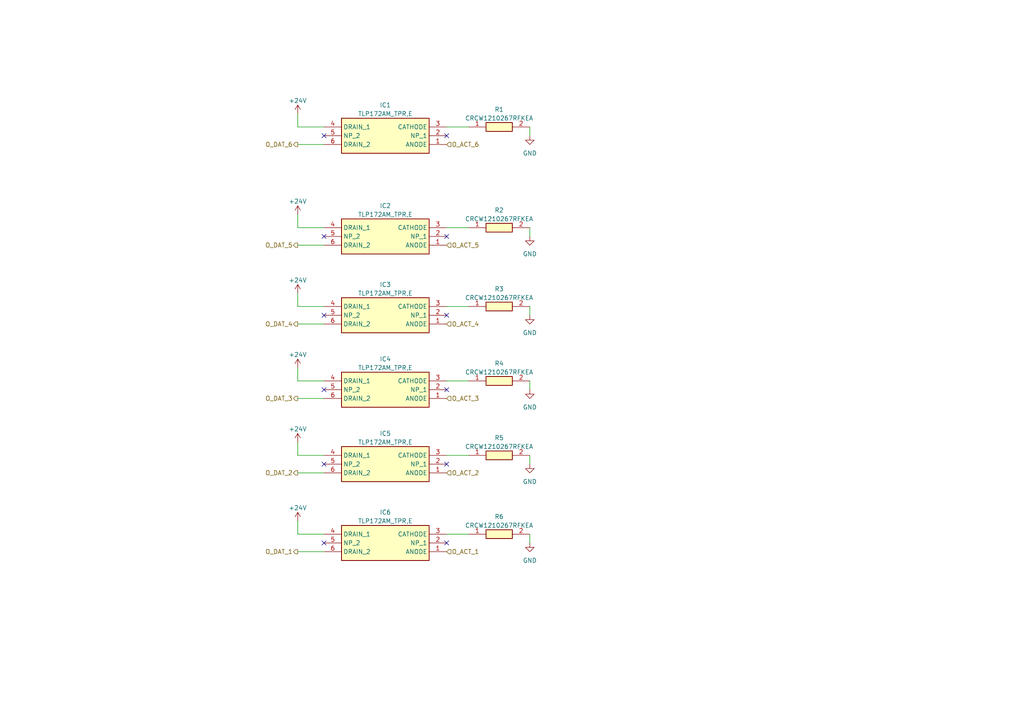
<source format=kicad_sch>
(kicad_sch (version 20230121) (generator eeschema)

  (uuid dc0adc64-ef08-4f66-b871-c1436d90eefc)

  (paper "A4")

  (title_block
    (date "2023-04-23")
    (rev "1")
    (company "UPB - FIIR - Roboți și sisteme de producție")
    (comment 1 "Alexandru-Ioan Anastasiu")
  )

  (lib_symbols
    (symbol "CRCW1210267RFKEA:CRCW1210267RFKEA" (pin_names hide) (in_bom yes) (on_board yes)
      (property "Reference" "R" (at 13.97 6.35 0)
        (effects (font (size 1.27 1.27)) (justify left top))
      )
      (property "Value" "CRCW1210267RFKEA" (at 13.97 3.81 0)
        (effects (font (size 1.27 1.27)) (justify left top))
      )
      (property "Footprint" "RESC3225X60N" (at 13.97 -96.19 0)
        (effects (font (size 1.27 1.27)) (justify left top) hide)
      )
      (property "Datasheet" "http://componentsearchengine.com/Datasheets/1/CRCW1210267RFKEA.pdf" (at 13.97 -196.19 0)
        (effects (font (size 1.27 1.27)) (justify left top) hide)
      )
      (property "Height" "0.6" (at 13.97 -396.19 0)
        (effects (font (size 1.27 1.27)) (justify left top) hide)
      )
      (property "Mouser Part Number" "71-CRCW1210-267-E3" (at 13.97 -496.19 0)
        (effects (font (size 1.27 1.27)) (justify left top) hide)
      )
      (property "Mouser Price/Stock" "https://www.mouser.co.uk/ProductDetail/Vishay-Dale/CRCW1210267RFKEA?qs=u0pLYIWDdLe%252BVJfyDMg51g%3D%3D" (at 13.97 -596.19 0)
        (effects (font (size 1.27 1.27)) (justify left top) hide)
      )
      (property "Manufacturer_Name" "Vishay" (at 13.97 -696.19 0)
        (effects (font (size 1.27 1.27)) (justify left top) hide)
      )
      (property "Manufacturer_Part_Number" "CRCW1210267RFKEA" (at 13.97 -796.19 0)
        (effects (font (size 1.27 1.27)) (justify left top) hide)
      )
      (property "ki_description" "Thick Film Resistors - SMD 1/2watt 267ohms 1%" (at 0 0 0)
        (effects (font (size 1.27 1.27)) hide)
      )
      (symbol "CRCW1210267RFKEA_1_1"
        (rectangle (start 5.08 1.27) (end 12.7 -1.27)
          (stroke (width 0.254) (type default))
          (fill (type background))
        )
        (pin passive line (at 0 0 0) (length 5.08)
          (name "1" (effects (font (size 1.27 1.27))))
          (number "1" (effects (font (size 1.27 1.27))))
        )
        (pin passive line (at 17.78 0 180) (length 5.08)
          (name "2" (effects (font (size 1.27 1.27))))
          (number "2" (effects (font (size 1.27 1.27))))
        )
      )
    )
    (symbol "TLP172AM_TPR_E:TLP172AM_TPR,E" (in_bom yes) (on_board yes)
      (property "Reference" "IC" (at 31.75 7.62 0)
        (effects (font (size 1.27 1.27)) (justify left top))
      )
      (property "Value" "TLP172AM_TPR,E" (at 31.75 5.08 0)
        (effects (font (size 1.27 1.27)) (justify left top))
      )
      (property "Footprint" "SOIC127P700X230-6N" (at 31.75 -94.92 0)
        (effects (font (size 1.27 1.27)) (justify left top) hide)
      )
      (property "Datasheet" "https://toshiba.semicon-storage.com/info/docget.jsp?did=36714&prodName=TLP172AM" (at 31.75 -194.92 0)
        (effects (font (size 1.27 1.27)) (justify left top) hide)
      )
      (property "Height" "2.3" (at 31.75 -394.92 0)
        (effects (font (size 1.27 1.27)) (justify left top) hide)
      )
      (property "Mouser Part Number" "757-TLP172AMTPRE" (at 31.75 -494.92 0)
        (effects (font (size 1.27 1.27)) (justify left top) hide)
      )
      (property "Mouser Price/Stock" "https://www.mouser.co.uk/ProductDetail/Toshiba/TLP172AMTPRE?qs=6ZHl3BmPMW1g8abCQD%2F8ag%3D%3D" (at 31.75 -594.92 0)
        (effects (font (size 1.27 1.27)) (justify left top) hide)
      )
      (property "Manufacturer_Name" "Toshiba" (at 31.75 -694.92 0)
        (effects (font (size 1.27 1.27)) (justify left top) hide)
      )
      (property "Manufacturer_Part_Number" "TLP172AM(TPR,E" (at 31.75 -794.92 0)
        (effects (font (size 1.27 1.27)) (justify left top) hide)
      )
      (property "ki_description" "MOSFET Output Optocouplers Photorelay 1-Form-A VOFF=60V 0.5A 2Ohm" (at 0 0 0)
        (effects (font (size 1.27 1.27)) hide)
      )
      (symbol "TLP172AM_TPR,E_1_1"
        (rectangle (start 5.08 2.54) (end 30.48 -7.62)
          (stroke (width 0.254) (type default))
          (fill (type background))
        )
        (pin passive line (at 0 0 0) (length 5.08)
          (name "ANODE" (effects (font (size 1.27 1.27))))
          (number "1" (effects (font (size 1.27 1.27))))
        )
        (pin passive line (at 0 -2.54 0) (length 5.08)
          (name "NP_1" (effects (font (size 1.27 1.27))))
          (number "2" (effects (font (size 1.27 1.27))))
        )
        (pin passive line (at 0 -5.08 0) (length 5.08)
          (name "CATHODE" (effects (font (size 1.27 1.27))))
          (number "3" (effects (font (size 1.27 1.27))))
        )
        (pin passive line (at 35.56 -5.08 180) (length 5.08)
          (name "DRAIN_1" (effects (font (size 1.27 1.27))))
          (number "4" (effects (font (size 1.27 1.27))))
        )
        (pin passive line (at 35.56 -2.54 180) (length 5.08)
          (name "NP_2" (effects (font (size 1.27 1.27))))
          (number "5" (effects (font (size 1.27 1.27))))
        )
        (pin passive line (at 35.56 0 180) (length 5.08)
          (name "DRAIN_2" (effects (font (size 1.27 1.27))))
          (number "6" (effects (font (size 1.27 1.27))))
        )
      )
    )
    (symbol "power:+24V" (power) (pin_names (offset 0)) (in_bom yes) (on_board yes)
      (property "Reference" "#PWR" (at 0 -3.81 0)
        (effects (font (size 1.27 1.27)) hide)
      )
      (property "Value" "+24V" (at 0 3.556 0)
        (effects (font (size 1.27 1.27)))
      )
      (property "Footprint" "" (at 0 0 0)
        (effects (font (size 1.27 1.27)) hide)
      )
      (property "Datasheet" "" (at 0 0 0)
        (effects (font (size 1.27 1.27)) hide)
      )
      (property "ki_keywords" "global power" (at 0 0 0)
        (effects (font (size 1.27 1.27)) hide)
      )
      (property "ki_description" "Power symbol creates a global label with name \"+24V\"" (at 0 0 0)
        (effects (font (size 1.27 1.27)) hide)
      )
      (symbol "+24V_0_1"
        (polyline
          (pts
            (xy -0.762 1.27)
            (xy 0 2.54)
          )
          (stroke (width 0) (type default))
          (fill (type none))
        )
        (polyline
          (pts
            (xy 0 0)
            (xy 0 2.54)
          )
          (stroke (width 0) (type default))
          (fill (type none))
        )
        (polyline
          (pts
            (xy 0 2.54)
            (xy 0.762 1.27)
          )
          (stroke (width 0) (type default))
          (fill (type none))
        )
      )
      (symbol "+24V_1_1"
        (pin power_in line (at 0 0 90) (length 0) hide
          (name "+24V" (effects (font (size 1.27 1.27))))
          (number "1" (effects (font (size 1.27 1.27))))
        )
      )
    )
    (symbol "power:GND" (power) (pin_names (offset 0)) (in_bom yes) (on_board yes)
      (property "Reference" "#PWR" (at 0 -6.35 0)
        (effects (font (size 1.27 1.27)) hide)
      )
      (property "Value" "GND" (at 0 -3.81 0)
        (effects (font (size 1.27 1.27)))
      )
      (property "Footprint" "" (at 0 0 0)
        (effects (font (size 1.27 1.27)) hide)
      )
      (property "Datasheet" "" (at 0 0 0)
        (effects (font (size 1.27 1.27)) hide)
      )
      (property "ki_keywords" "global power" (at 0 0 0)
        (effects (font (size 1.27 1.27)) hide)
      )
      (property "ki_description" "Power symbol creates a global label with name \"GND\" , ground" (at 0 0 0)
        (effects (font (size 1.27 1.27)) hide)
      )
      (symbol "GND_0_1"
        (polyline
          (pts
            (xy 0 0)
            (xy 0 -1.27)
            (xy 1.27 -1.27)
            (xy 0 -2.54)
            (xy -1.27 -1.27)
            (xy 0 -1.27)
          )
          (stroke (width 0) (type default))
          (fill (type none))
        )
      )
      (symbol "GND_1_1"
        (pin power_in line (at 0 0 270) (length 0) hide
          (name "GND" (effects (font (size 1.27 1.27))))
          (number "1" (effects (font (size 1.27 1.27))))
        )
      )
    )
  )


  (no_connect (at 129.54 39.37) (uuid 032588a6-a814-427e-9468-642d8fa631f8))
  (no_connect (at 129.54 157.48) (uuid 31fc254c-42b6-4dc4-b0de-6320e01798ad))
  (no_connect (at 93.98 113.03) (uuid 4bdd8ed8-7020-4abc-9465-91da7e5c3e10))
  (no_connect (at 129.54 91.44) (uuid 63363326-4009-4742-9b07-1be7e69d5436))
  (no_connect (at 129.54 113.03) (uuid 759f3bc6-1f28-46c5-b937-4aaacf7b3e89))
  (no_connect (at 93.98 134.62) (uuid 8e397606-f20c-4acc-adb4-59d9e57e3957))
  (no_connect (at 129.54 68.58) (uuid 95e62656-ff52-4453-be1c-56c79d0fc22a))
  (no_connect (at 93.98 68.58) (uuid 96f19d46-282b-4fed-8398-934c291768b1))
  (no_connect (at 93.98 39.37) (uuid adbf6cab-23bb-439f-96fa-9d0ea7b3210b))
  (no_connect (at 93.98 91.44) (uuid b54742fa-a018-4961-8f7d-d2c85c2c53c6))
  (no_connect (at 129.54 134.62) (uuid d88d1bdb-771e-4504-9cad-7db88da9d273))
  (no_connect (at 93.98 157.48) (uuid e2b99393-9df8-42f9-9fba-be9206219f3f))

  (wire (pts (xy 93.98 88.9) (xy 86.36 88.9))
    (stroke (width 0) (type default))
    (uuid 050d7124-c420-46e5-b56e-bc7f78e1304f)
  )
  (wire (pts (xy 153.67 66.04) (xy 153.67 68.58))
    (stroke (width 0) (type default))
    (uuid 08c60bad-98d6-4738-b717-2286d74ce191)
  )
  (wire (pts (xy 86.36 88.9) (xy 86.36 85.09))
    (stroke (width 0) (type default))
    (uuid 097f85c5-84cb-4824-91ba-3cf35dc8ca2e)
  )
  (wire (pts (xy 153.67 110.49) (xy 153.67 113.03))
    (stroke (width 0) (type default))
    (uuid 2136903f-7bab-4fbb-99ec-ec62d79f4687)
  )
  (wire (pts (xy 86.36 132.08) (xy 86.36 128.27))
    (stroke (width 0) (type default))
    (uuid 3ef8ab7a-2443-44b2-ba89-e460da545077)
  )
  (wire (pts (xy 129.54 110.49) (xy 135.89 110.49))
    (stroke (width 0) (type default))
    (uuid 4f98445d-6d51-4dda-a3f4-15e4310a23b4)
  )
  (wire (pts (xy 86.36 71.12) (xy 93.98 71.12))
    (stroke (width 0) (type default))
    (uuid 5c963b55-f872-4e94-a67e-cf247d73443a)
  )
  (wire (pts (xy 86.36 110.49) (xy 86.36 106.68))
    (stroke (width 0) (type default))
    (uuid 5ce7becc-ed49-484f-94c7-45f316c1b616)
  )
  (wire (pts (xy 86.36 137.16) (xy 93.98 137.16))
    (stroke (width 0) (type default))
    (uuid 6b5ad1e9-5b4c-40b9-b925-512e85c956b6)
  )
  (wire (pts (xy 93.98 110.49) (xy 86.36 110.49))
    (stroke (width 0) (type default))
    (uuid 7adc0021-f3b5-493f-98e3-3d7b633c20ad)
  )
  (wire (pts (xy 86.36 66.04) (xy 86.36 62.23))
    (stroke (width 0) (type default))
    (uuid 7d682e18-3559-4af7-9ac0-0989b4b0d6c0)
  )
  (wire (pts (xy 93.98 132.08) (xy 86.36 132.08))
    (stroke (width 0) (type default))
    (uuid 822a7aa9-81e9-4bc9-b90d-32382aa4ec8e)
  )
  (wire (pts (xy 153.67 132.08) (xy 153.67 134.62))
    (stroke (width 0) (type default))
    (uuid 82a44098-3345-4078-a1ac-2bb5185375cd)
  )
  (wire (pts (xy 86.36 115.57) (xy 93.98 115.57))
    (stroke (width 0) (type default))
    (uuid 831376fe-a014-40a2-b468-c5fdc5adcff2)
  )
  (wire (pts (xy 86.36 160.02) (xy 93.98 160.02))
    (stroke (width 0) (type default))
    (uuid 85caa609-830f-4273-9517-f48fca06dd9b)
  )
  (wire (pts (xy 86.36 93.98) (xy 93.98 93.98))
    (stroke (width 0) (type default))
    (uuid 8ca50170-a91b-48be-81d7-c8d7f8408fb5)
  )
  (wire (pts (xy 153.67 154.94) (xy 153.67 157.48))
    (stroke (width 0) (type default))
    (uuid 8ed521d5-6c3c-44dd-a962-594bb1d04c9b)
  )
  (wire (pts (xy 153.67 36.83) (xy 153.67 39.37))
    (stroke (width 0) (type default))
    (uuid 92e33987-525d-42f8-afc7-4fafd15889bd)
  )
  (wire (pts (xy 86.36 36.83) (xy 86.36 33.02))
    (stroke (width 0) (type default))
    (uuid 947f4f8f-19af-4bc1-a999-ce4410672218)
  )
  (wire (pts (xy 129.54 154.94) (xy 135.89 154.94))
    (stroke (width 0) (type default))
    (uuid 9cdba305-4962-4d2d-a630-da8dcffb9e89)
  )
  (wire (pts (xy 93.98 36.83) (xy 86.36 36.83))
    (stroke (width 0) (type default))
    (uuid a3d2da33-75d5-431b-803a-c0b538deeaeb)
  )
  (wire (pts (xy 86.36 41.91) (xy 93.98 41.91))
    (stroke (width 0) (type default))
    (uuid a65cea83-c227-46ac-ab96-abf91062fd61)
  )
  (wire (pts (xy 129.54 132.08) (xy 135.89 132.08))
    (stroke (width 0) (type default))
    (uuid be3d1b14-188f-405a-90ff-3c74ee3b4a76)
  )
  (wire (pts (xy 153.67 88.9) (xy 153.67 91.44))
    (stroke (width 0) (type default))
    (uuid c2de9d45-7da1-4735-a873-6a9a8354ce49)
  )
  (wire (pts (xy 129.54 88.9) (xy 135.89 88.9))
    (stroke (width 0) (type default))
    (uuid c86e3580-7715-499b-9673-5b7e8ae5ed23)
  )
  (wire (pts (xy 129.54 66.04) (xy 135.89 66.04))
    (stroke (width 0) (type default))
    (uuid c94c5e8a-8677-4783-b107-6de32581838c)
  )
  (wire (pts (xy 93.98 66.04) (xy 86.36 66.04))
    (stroke (width 0) (type default))
    (uuid de2a60c9-bcec-4590-adce-35fcedfdf28e)
  )
  (wire (pts (xy 129.54 36.83) (xy 135.89 36.83))
    (stroke (width 0) (type default))
    (uuid df483b3f-aac0-49a5-a3b1-a9015872ce4e)
  )
  (wire (pts (xy 93.98 154.94) (xy 86.36 154.94))
    (stroke (width 0) (type default))
    (uuid e9080a45-8dd9-4db0-9150-1683baf55143)
  )
  (wire (pts (xy 86.36 154.94) (xy 86.36 151.13))
    (stroke (width 0) (type default))
    (uuid fb82618f-5d77-450a-84dc-baf31a0d4813)
  )

  (hierarchical_label "O_DAT_6" (shape output) (at 86.36 41.91 180) (fields_autoplaced)
    (effects (font (size 1.27 1.27)) (justify right))
    (uuid 0cca9053-30a4-428a-be2e-198b167cf3ed)
  )
  (hierarchical_label "O_ACT_2" (shape input) (at 129.54 137.16 0) (fields_autoplaced)
    (effects (font (size 1.27 1.27)) (justify left))
    (uuid 1755f991-f1ac-41ea-83d2-480026f9e90e)
  )
  (hierarchical_label "O_ACT_1" (shape input) (at 129.54 160.02 0) (fields_autoplaced)
    (effects (font (size 1.27 1.27)) (justify left))
    (uuid 32f74a21-bc36-4eb6-bbee-81a9ff94630b)
  )
  (hierarchical_label "O_DAT_2" (shape output) (at 86.36 137.16 180) (fields_autoplaced)
    (effects (font (size 1.27 1.27)) (justify right))
    (uuid 4a497036-0557-430d-98a6-026ccd908a54)
  )
  (hierarchical_label "O_DAT_4" (shape output) (at 86.36 93.98 180) (fields_autoplaced)
    (effects (font (size 1.27 1.27)) (justify right))
    (uuid 86342b9a-d1d3-4747-8cf0-4ef7faaa064e)
  )
  (hierarchical_label "O_DAT_3" (shape output) (at 86.36 115.57 180) (fields_autoplaced)
    (effects (font (size 1.27 1.27)) (justify right))
    (uuid 986adcd7-82fd-481b-bd74-3e4169387c03)
  )
  (hierarchical_label "O_DAT_5" (shape output) (at 86.36 71.12 180) (fields_autoplaced)
    (effects (font (size 1.27 1.27)) (justify right))
    (uuid b1bd35ef-7799-4840-9d11-86113300132b)
  )
  (hierarchical_label "O_ACT_5" (shape input) (at 129.54 71.12 0) (fields_autoplaced)
    (effects (font (size 1.27 1.27)) (justify left))
    (uuid c3404847-110b-4190-b56a-1a650362ef90)
  )
  (hierarchical_label "O_DAT_1" (shape output) (at 86.36 160.02 180) (fields_autoplaced)
    (effects (font (size 1.27 1.27)) (justify right))
    (uuid dca5ac5d-e713-4de6-b749-da643b197fda)
  )
  (hierarchical_label "O_ACT_4" (shape input) (at 129.54 93.98 0) (fields_autoplaced)
    (effects (font (size 1.27 1.27)) (justify left))
    (uuid deab0788-2928-4afc-92d6-083f05bb03ce)
  )
  (hierarchical_label "O_ACT_6" (shape input) (at 129.54 41.91 0) (fields_autoplaced)
    (effects (font (size 1.27 1.27)) (justify left))
    (uuid e3a854c3-45c6-4b83-adbd-3fd46d19b3c1)
  )
  (hierarchical_label "O_ACT_3" (shape input) (at 129.54 115.57 0) (fields_autoplaced)
    (effects (font (size 1.27 1.27)) (justify left))
    (uuid e85d95c7-03ba-417f-bd5d-b4889101a052)
  )

  (symbol (lib_id "CRCW1210267RFKEA:CRCW1210267RFKEA") (at 135.89 154.94 0) (unit 1)
    (in_bom yes) (on_board yes) (dnp no) (fields_autoplaced)
    (uuid 00912713-5e7e-4c76-9231-5bc85c2a8a28)
    (property "Reference" "R6" (at 144.78 149.86 0)
      (effects (font (size 1.27 1.27)))
    )
    (property "Value" "CRCW1210267RFKEA" (at 144.78 152.4 0)
      (effects (font (size 1.27 1.27)))
    )
    (property "Footprint" "CRCW1210267RFKEA:RESC3225X60N" (at 149.86 251.13 0)
      (effects (font (size 1.27 1.27)) (justify left top) hide)
    )
    (property "Datasheet" "http://componentsearchengine.com/Datasheets/1/CRCW1210267RFKEA.pdf" (at 149.86 351.13 0)
      (effects (font (size 1.27 1.27)) (justify left top) hide)
    )
    (property "Height" "0.6" (at 149.86 551.13 0)
      (effects (font (size 1.27 1.27)) (justify left top) hide)
    )
    (property "Mouser Part Number" "71-CRCW1210-267-E3" (at 149.86 651.13 0)
      (effects (font (size 1.27 1.27)) (justify left top) hide)
    )
    (property "Mouser Price/Stock" "https://www.mouser.co.uk/ProductDetail/Vishay-Dale/CRCW1210267RFKEA?qs=u0pLYIWDdLe%252BVJfyDMg51g%3D%3D" (at 149.86 751.13 0)
      (effects (font (size 1.27 1.27)) (justify left top) hide)
    )
    (property "Manufacturer_Name" "Vishay" (at 149.86 851.13 0)
      (effects (font (size 1.27 1.27)) (justify left top) hide)
    )
    (property "Manufacturer_Part_Number" "CRCW1210267RFKEA" (at 149.86 951.13 0)
      (effects (font (size 1.27 1.27)) (justify left top) hide)
    )
    (pin "1" (uuid e6d62d85-c246-47f9-a17d-4af3f5c98982))
    (pin "2" (uuid 29ddc7b3-9fb2-4dab-9225-844d111d23d9))
    (instances
      (project "PLC-CIM"
        (path "/98f81d77-8880-491b-a7cf-4c27e2d73edf/efc8d219-0781-4360-be4b-f030050346b8"
          (reference "R6") (unit 1)
        )
        (path "/98f81d77-8880-491b-a7cf-4c27e2d73edf/d3ae290a-2539-4499-9847-2ec02ccf9c0b"
          (reference "R24") (unit 1)
        )
        (path "/98f81d77-8880-491b-a7cf-4c27e2d73edf/597c0ed2-08c6-496d-abec-16be4d5bb983"
          (reference "R42") (unit 1)
        )
        (path "/98f81d77-8880-491b-a7cf-4c27e2d73edf/1d031e94-c71c-4941-9459-3603c8d8c09b"
          (reference "R48") (unit 1)
        )
        (path "/98f81d77-8880-491b-a7cf-4c27e2d73edf/19a44247-b230-4c15-87fb-e3a45607dbd6"
          (reference "R54") (unit 1)
        )
      )
    )
  )

  (symbol (lib_id "power:+24V") (at 86.36 62.23 0) (unit 1)
    (in_bom yes) (on_board yes) (dnp no) (fields_autoplaced)
    (uuid 02a1b015-3f19-4757-ab9b-c592bb8e2478)
    (property "Reference" "#PWR02" (at 86.36 66.04 0)
      (effects (font (size 1.27 1.27)) hide)
    )
    (property "Value" "+24V" (at 86.36 58.42 0)
      (effects (font (size 1.27 1.27)))
    )
    (property "Footprint" "" (at 86.36 62.23 0)
      (effects (font (size 1.27 1.27)) hide)
    )
    (property "Datasheet" "" (at 86.36 62.23 0)
      (effects (font (size 1.27 1.27)) hide)
    )
    (pin "1" (uuid 3e3f5647-25d3-4fcb-8c0b-c701f7e97db4))
    (instances
      (project "PLC-CIM"
        (path "/98f81d77-8880-491b-a7cf-4c27e2d73edf/efc8d219-0781-4360-be4b-f030050346b8"
          (reference "#PWR02") (unit 1)
        )
        (path "/98f81d77-8880-491b-a7cf-4c27e2d73edf/d3ae290a-2539-4499-9847-2ec02ccf9c0b"
          (reference "#PWR032") (unit 1)
        )
        (path "/98f81d77-8880-491b-a7cf-4c27e2d73edf/597c0ed2-08c6-496d-abec-16be4d5bb983"
          (reference "#PWR062") (unit 1)
        )
        (path "/98f81d77-8880-491b-a7cf-4c27e2d73edf/1d031e94-c71c-4941-9459-3603c8d8c09b"
          (reference "#PWR090") (unit 1)
        )
        (path "/98f81d77-8880-491b-a7cf-4c27e2d73edf/19a44247-b230-4c15-87fb-e3a45607dbd6"
          (reference "#PWR0102") (unit 1)
        )
      )
    )
  )

  (symbol (lib_id "power:GND") (at 153.67 113.03 0) (unit 1)
    (in_bom yes) (on_board yes) (dnp no) (fields_autoplaced)
    (uuid 056312a7-609b-41ef-bfe6-6eb9914e03f1)
    (property "Reference" "#PWR010" (at 153.67 119.38 0)
      (effects (font (size 1.27 1.27)) hide)
    )
    (property "Value" "GND" (at 153.67 118.11 0)
      (effects (font (size 1.27 1.27)))
    )
    (property "Footprint" "" (at 153.67 113.03 0)
      (effects (font (size 1.27 1.27)) hide)
    )
    (property "Datasheet" "" (at 153.67 113.03 0)
      (effects (font (size 1.27 1.27)) hide)
    )
    (pin "1" (uuid 8d9592db-5ef9-4f90-bab7-1aab5379fcaf))
    (instances
      (project "PLC-CIM"
        (path "/98f81d77-8880-491b-a7cf-4c27e2d73edf/efc8d219-0781-4360-be4b-f030050346b8"
          (reference "#PWR010") (unit 1)
        )
        (path "/98f81d77-8880-491b-a7cf-4c27e2d73edf/d3ae290a-2539-4499-9847-2ec02ccf9c0b"
          (reference "#PWR040") (unit 1)
        )
        (path "/98f81d77-8880-491b-a7cf-4c27e2d73edf/597c0ed2-08c6-496d-abec-16be4d5bb983"
          (reference "#PWR070") (unit 1)
        )
        (path "/98f81d77-8880-491b-a7cf-4c27e2d73edf/1d031e94-c71c-4941-9459-3603c8d8c09b"
          (reference "#PWR098") (unit 1)
        )
        (path "/98f81d77-8880-491b-a7cf-4c27e2d73edf/19a44247-b230-4c15-87fb-e3a45607dbd6"
          (reference "#PWR0110") (unit 1)
        )
      )
    )
  )

  (symbol (lib_id "power:+24V") (at 86.36 85.09 0) (unit 1)
    (in_bom yes) (on_board yes) (dnp no) (fields_autoplaced)
    (uuid 0ac61852-6948-4499-b75c-e6518883f7cc)
    (property "Reference" "#PWR03" (at 86.36 88.9 0)
      (effects (font (size 1.27 1.27)) hide)
    )
    (property "Value" "+24V" (at 86.36 81.28 0)
      (effects (font (size 1.27 1.27)))
    )
    (property "Footprint" "" (at 86.36 85.09 0)
      (effects (font (size 1.27 1.27)) hide)
    )
    (property "Datasheet" "" (at 86.36 85.09 0)
      (effects (font (size 1.27 1.27)) hide)
    )
    (pin "1" (uuid 476a2f90-e50d-4026-bfc0-05f3648d3750))
    (instances
      (project "PLC-CIM"
        (path "/98f81d77-8880-491b-a7cf-4c27e2d73edf/efc8d219-0781-4360-be4b-f030050346b8"
          (reference "#PWR03") (unit 1)
        )
        (path "/98f81d77-8880-491b-a7cf-4c27e2d73edf/d3ae290a-2539-4499-9847-2ec02ccf9c0b"
          (reference "#PWR033") (unit 1)
        )
        (path "/98f81d77-8880-491b-a7cf-4c27e2d73edf/597c0ed2-08c6-496d-abec-16be4d5bb983"
          (reference "#PWR063") (unit 1)
        )
        (path "/98f81d77-8880-491b-a7cf-4c27e2d73edf/1d031e94-c71c-4941-9459-3603c8d8c09b"
          (reference "#PWR091") (unit 1)
        )
        (path "/98f81d77-8880-491b-a7cf-4c27e2d73edf/19a44247-b230-4c15-87fb-e3a45607dbd6"
          (reference "#PWR0103") (unit 1)
        )
      )
    )
  )

  (symbol (lib_id "TLP172AM_TPR_E:TLP172AM_TPR,E") (at 129.54 71.12 180) (unit 1)
    (in_bom yes) (on_board yes) (dnp no) (fields_autoplaced)
    (uuid 0f1a1462-2c3e-404a-915f-a01ab5277240)
    (property "Reference" "IC2" (at 111.76 59.69 0)
      (effects (font (size 1.27 1.27)))
    )
    (property "Value" "TLP172AM_TPR,E" (at 111.76 62.23 0)
      (effects (font (size 1.27 1.27)))
    )
    (property "Footprint" "LIB_TLP172AM_TPR,E:SOIC127P700X230-6N" (at 97.79 -23.8 0)
      (effects (font (size 1.27 1.27)) (justify left top) hide)
    )
    (property "Datasheet" "https://toshiba.semicon-storage.com/info/docget.jsp?did=36714&prodName=TLP172AM" (at 97.79 -123.8 0)
      (effects (font (size 1.27 1.27)) (justify left top) hide)
    )
    (property "Height" "2.3" (at 97.79 -323.8 0)
      (effects (font (size 1.27 1.27)) (justify left top) hide)
    )
    (property "Mouser Part Number" "757-TLP172AMTPRE" (at 97.79 -423.8 0)
      (effects (font (size 1.27 1.27)) (justify left top) hide)
    )
    (property "Mouser Price/Stock" "https://www.mouser.co.uk/ProductDetail/Toshiba/TLP172AMTPRE?qs=6ZHl3BmPMW1g8abCQD%2F8ag%3D%3D" (at 97.79 -523.8 0)
      (effects (font (size 1.27 1.27)) (justify left top) hide)
    )
    (property "Manufacturer_Name" "Toshiba" (at 97.79 -623.8 0)
      (effects (font (size 1.27 1.27)) (justify left top) hide)
    )
    (property "Manufacturer_Part_Number" "TLP172AM(TPR,E" (at 97.79 -723.8 0)
      (effects (font (size 1.27 1.27)) (justify left top) hide)
    )
    (pin "1" (uuid 1ff482a2-b0af-4d9d-89a7-a20a0e7c5c20))
    (pin "2" (uuid 5b4cf4c1-f067-4ce5-a5b8-2fba3ec97b63))
    (pin "3" (uuid 997af496-ef4a-4d7d-b727-0229ef41c206))
    (pin "4" (uuid b424fbba-9a0b-48bb-900d-b33a1baee71c))
    (pin "5" (uuid 0a2ce79e-9acd-4b34-8125-e22ec247ae34))
    (pin "6" (uuid b79d2f82-0e08-4398-9f16-19cacd27a489))
    (instances
      (project "PLC-CIM"
        (path "/98f81d77-8880-491b-a7cf-4c27e2d73edf/efc8d219-0781-4360-be4b-f030050346b8"
          (reference "IC2") (unit 1)
        )
        (path "/98f81d77-8880-491b-a7cf-4c27e2d73edf/d3ae290a-2539-4499-9847-2ec02ccf9c0b"
          (reference "IC14") (unit 1)
        )
        (path "/98f81d77-8880-491b-a7cf-4c27e2d73edf/597c0ed2-08c6-496d-abec-16be4d5bb983"
          (reference "IC26") (unit 1)
        )
        (path "/98f81d77-8880-491b-a7cf-4c27e2d73edf/1d031e94-c71c-4941-9459-3603c8d8c09b"
          (reference "IC33") (unit 1)
        )
        (path "/98f81d77-8880-491b-a7cf-4c27e2d73edf/19a44247-b230-4c15-87fb-e3a45607dbd6"
          (reference "IC39") (unit 1)
        )
      )
    )
  )

  (symbol (lib_id "CRCW1210267RFKEA:CRCW1210267RFKEA") (at 135.89 66.04 0) (unit 1)
    (in_bom yes) (on_board yes) (dnp no) (fields_autoplaced)
    (uuid 18420c30-1fe1-420b-aa13-7d841d9484ab)
    (property "Reference" "R2" (at 144.78 60.96 0)
      (effects (font (size 1.27 1.27)))
    )
    (property "Value" "CRCW1210267RFKEA" (at 144.78 63.5 0)
      (effects (font (size 1.27 1.27)))
    )
    (property "Footprint" "CRCW1210267RFKEA:RESC3225X60N" (at 149.86 162.23 0)
      (effects (font (size 1.27 1.27)) (justify left top) hide)
    )
    (property "Datasheet" "http://componentsearchengine.com/Datasheets/1/CRCW1210267RFKEA.pdf" (at 149.86 262.23 0)
      (effects (font (size 1.27 1.27)) (justify left top) hide)
    )
    (property "Height" "0.6" (at 149.86 462.23 0)
      (effects (font (size 1.27 1.27)) (justify left top) hide)
    )
    (property "Mouser Part Number" "71-CRCW1210-267-E3" (at 149.86 562.23 0)
      (effects (font (size 1.27 1.27)) (justify left top) hide)
    )
    (property "Mouser Price/Stock" "https://www.mouser.co.uk/ProductDetail/Vishay-Dale/CRCW1210267RFKEA?qs=u0pLYIWDdLe%252BVJfyDMg51g%3D%3D" (at 149.86 662.23 0)
      (effects (font (size 1.27 1.27)) (justify left top) hide)
    )
    (property "Manufacturer_Name" "Vishay" (at 149.86 762.23 0)
      (effects (font (size 1.27 1.27)) (justify left top) hide)
    )
    (property "Manufacturer_Part_Number" "CRCW1210267RFKEA" (at 149.86 862.23 0)
      (effects (font (size 1.27 1.27)) (justify left top) hide)
    )
    (pin "1" (uuid c23e9b3f-b868-4ccc-8801-a58da01c0d29))
    (pin "2" (uuid 02d6a0e3-64be-4b6e-b930-568aab6d2441))
    (instances
      (project "PLC-CIM"
        (path "/98f81d77-8880-491b-a7cf-4c27e2d73edf/efc8d219-0781-4360-be4b-f030050346b8"
          (reference "R2") (unit 1)
        )
        (path "/98f81d77-8880-491b-a7cf-4c27e2d73edf/d3ae290a-2539-4499-9847-2ec02ccf9c0b"
          (reference "R20") (unit 1)
        )
        (path "/98f81d77-8880-491b-a7cf-4c27e2d73edf/597c0ed2-08c6-496d-abec-16be4d5bb983"
          (reference "R38") (unit 1)
        )
        (path "/98f81d77-8880-491b-a7cf-4c27e2d73edf/1d031e94-c71c-4941-9459-3603c8d8c09b"
          (reference "R44") (unit 1)
        )
        (path "/98f81d77-8880-491b-a7cf-4c27e2d73edf/19a44247-b230-4c15-87fb-e3a45607dbd6"
          (reference "R50") (unit 1)
        )
      )
    )
  )

  (symbol (lib_id "power:GND") (at 153.67 91.44 0) (unit 1)
    (in_bom yes) (on_board yes) (dnp no) (fields_autoplaced)
    (uuid 4dba83d3-e26e-4ed8-bdad-a9281f4f3d66)
    (property "Reference" "#PWR09" (at 153.67 97.79 0)
      (effects (font (size 1.27 1.27)) hide)
    )
    (property "Value" "GND" (at 153.67 96.52 0)
      (effects (font (size 1.27 1.27)))
    )
    (property "Footprint" "" (at 153.67 91.44 0)
      (effects (font (size 1.27 1.27)) hide)
    )
    (property "Datasheet" "" (at 153.67 91.44 0)
      (effects (font (size 1.27 1.27)) hide)
    )
    (pin "1" (uuid 57706ff1-2593-483c-8268-5bec3ab812fb))
    (instances
      (project "PLC-CIM"
        (path "/98f81d77-8880-491b-a7cf-4c27e2d73edf/efc8d219-0781-4360-be4b-f030050346b8"
          (reference "#PWR09") (unit 1)
        )
        (path "/98f81d77-8880-491b-a7cf-4c27e2d73edf/d3ae290a-2539-4499-9847-2ec02ccf9c0b"
          (reference "#PWR039") (unit 1)
        )
        (path "/98f81d77-8880-491b-a7cf-4c27e2d73edf/597c0ed2-08c6-496d-abec-16be4d5bb983"
          (reference "#PWR069") (unit 1)
        )
        (path "/98f81d77-8880-491b-a7cf-4c27e2d73edf/1d031e94-c71c-4941-9459-3603c8d8c09b"
          (reference "#PWR097") (unit 1)
        )
        (path "/98f81d77-8880-491b-a7cf-4c27e2d73edf/19a44247-b230-4c15-87fb-e3a45607dbd6"
          (reference "#PWR0109") (unit 1)
        )
      )
    )
  )

  (symbol (lib_id "TLP172AM_TPR_E:TLP172AM_TPR,E") (at 129.54 137.16 180) (unit 1)
    (in_bom yes) (on_board yes) (dnp no) (fields_autoplaced)
    (uuid 526a6bfa-6ec1-461b-be2e-e9896e946ba2)
    (property "Reference" "IC5" (at 111.76 125.73 0)
      (effects (font (size 1.27 1.27)))
    )
    (property "Value" "TLP172AM_TPR,E" (at 111.76 128.27 0)
      (effects (font (size 1.27 1.27)))
    )
    (property "Footprint" "LIB_TLP172AM_TPR,E:SOIC127P700X230-6N" (at 97.79 42.24 0)
      (effects (font (size 1.27 1.27)) (justify left top) hide)
    )
    (property "Datasheet" "https://toshiba.semicon-storage.com/info/docget.jsp?did=36714&prodName=TLP172AM" (at 97.79 -57.76 0)
      (effects (font (size 1.27 1.27)) (justify left top) hide)
    )
    (property "Height" "2.3" (at 97.79 -257.76 0)
      (effects (font (size 1.27 1.27)) (justify left top) hide)
    )
    (property "Mouser Part Number" "757-TLP172AMTPRE" (at 97.79 -357.76 0)
      (effects (font (size 1.27 1.27)) (justify left top) hide)
    )
    (property "Mouser Price/Stock" "https://www.mouser.co.uk/ProductDetail/Toshiba/TLP172AMTPRE?qs=6ZHl3BmPMW1g8abCQD%2F8ag%3D%3D" (at 97.79 -457.76 0)
      (effects (font (size 1.27 1.27)) (justify left top) hide)
    )
    (property "Manufacturer_Name" "Toshiba" (at 97.79 -557.76 0)
      (effects (font (size 1.27 1.27)) (justify left top) hide)
    )
    (property "Manufacturer_Part_Number" "TLP172AM(TPR,E" (at 97.79 -657.76 0)
      (effects (font (size 1.27 1.27)) (justify left top) hide)
    )
    (pin "1" (uuid 08ec460a-e5ca-4b51-80d3-d4ad89578fc2))
    (pin "2" (uuid b2a899c7-73b4-4e09-9927-d0173f1d464c))
    (pin "3" (uuid cc971ebf-3f61-4944-9875-0fc23d738796))
    (pin "4" (uuid dc903d81-99ad-4bf2-bf3b-b4425ebcb283))
    (pin "5" (uuid e744736d-a1a5-463f-85ad-0aa46aac43c2))
    (pin "6" (uuid cfce640f-ee14-4aeb-a356-64324b800817))
    (instances
      (project "PLC-CIM"
        (path "/98f81d77-8880-491b-a7cf-4c27e2d73edf/efc8d219-0781-4360-be4b-f030050346b8"
          (reference "IC5") (unit 1)
        )
        (path "/98f81d77-8880-491b-a7cf-4c27e2d73edf/d3ae290a-2539-4499-9847-2ec02ccf9c0b"
          (reference "IC17") (unit 1)
        )
        (path "/98f81d77-8880-491b-a7cf-4c27e2d73edf/597c0ed2-08c6-496d-abec-16be4d5bb983"
          (reference "IC29") (unit 1)
        )
        (path "/98f81d77-8880-491b-a7cf-4c27e2d73edf/1d031e94-c71c-4941-9459-3603c8d8c09b"
          (reference "IC36") (unit 1)
        )
        (path "/98f81d77-8880-491b-a7cf-4c27e2d73edf/19a44247-b230-4c15-87fb-e3a45607dbd6"
          (reference "IC42") (unit 1)
        )
      )
    )
  )

  (symbol (lib_id "TLP172AM_TPR_E:TLP172AM_TPR,E") (at 129.54 41.91 180) (unit 1)
    (in_bom yes) (on_board yes) (dnp no) (fields_autoplaced)
    (uuid 5a9ad621-5777-4338-8636-52141c762f8e)
    (property "Reference" "IC1" (at 111.76 30.48 0)
      (effects (font (size 1.27 1.27)))
    )
    (property "Value" "TLP172AM_TPR,E" (at 111.76 33.02 0)
      (effects (font (size 1.27 1.27)))
    )
    (property "Footprint" "LIB_TLP172AM_TPR,E:SOIC127P700X230-6N" (at 97.79 -53.01 0)
      (effects (font (size 1.27 1.27)) (justify left top) hide)
    )
    (property "Datasheet" "https://toshiba.semicon-storage.com/info/docget.jsp?did=36714&prodName=TLP172AM" (at 97.79 -153.01 0)
      (effects (font (size 1.27 1.27)) (justify left top) hide)
    )
    (property "Height" "2.3" (at 97.79 -353.01 0)
      (effects (font (size 1.27 1.27)) (justify left top) hide)
    )
    (property "Mouser Part Number" "757-TLP172AMTPRE" (at 97.79 -453.01 0)
      (effects (font (size 1.27 1.27)) (justify left top) hide)
    )
    (property "Mouser Price/Stock" "https://www.mouser.co.uk/ProductDetail/Toshiba/TLP172AMTPRE?qs=6ZHl3BmPMW1g8abCQD%2F8ag%3D%3D" (at 97.79 -553.01 0)
      (effects (font (size 1.27 1.27)) (justify left top) hide)
    )
    (property "Manufacturer_Name" "Toshiba" (at 97.79 -653.01 0)
      (effects (font (size 1.27 1.27)) (justify left top) hide)
    )
    (property "Manufacturer_Part_Number" "TLP172AM(TPR,E" (at 97.79 -753.01 0)
      (effects (font (size 1.27 1.27)) (justify left top) hide)
    )
    (pin "1" (uuid fb41340d-143f-481c-bb53-6340b9b2131a))
    (pin "2" (uuid ad633570-cc19-4c27-abc3-7c5424535a9a))
    (pin "3" (uuid a3135ab5-7254-4b91-b438-5fe4f5af4370))
    (pin "4" (uuid 1d2e1d6d-3c2f-4393-9ad6-10b42de85c33))
    (pin "5" (uuid a71d8e9a-4a81-4b2c-b454-e6a1b80f7fca))
    (pin "6" (uuid 8125022b-7d7a-4fc4-958e-a0007ab1fe91))
    (instances
      (project "PLC-CIM"
        (path "/98f81d77-8880-491b-a7cf-4c27e2d73edf/efc8d219-0781-4360-be4b-f030050346b8"
          (reference "IC1") (unit 1)
        )
        (path "/98f81d77-8880-491b-a7cf-4c27e2d73edf/d3ae290a-2539-4499-9847-2ec02ccf9c0b"
          (reference "IC13") (unit 1)
        )
        (path "/98f81d77-8880-491b-a7cf-4c27e2d73edf/597c0ed2-08c6-496d-abec-16be4d5bb983"
          (reference "IC25") (unit 1)
        )
        (path "/98f81d77-8880-491b-a7cf-4c27e2d73edf/1d031e94-c71c-4941-9459-3603c8d8c09b"
          (reference "IC32") (unit 1)
        )
        (path "/98f81d77-8880-491b-a7cf-4c27e2d73edf/19a44247-b230-4c15-87fb-e3a45607dbd6"
          (reference "IC38") (unit 1)
        )
      )
    )
  )

  (symbol (lib_id "power:GND") (at 153.67 134.62 0) (unit 1)
    (in_bom yes) (on_board yes) (dnp no) (fields_autoplaced)
    (uuid 62b3caa4-fbf4-4cf3-9a28-26d0b25c2f6f)
    (property "Reference" "#PWR011" (at 153.67 140.97 0)
      (effects (font (size 1.27 1.27)) hide)
    )
    (property "Value" "GND" (at 153.67 139.7 0)
      (effects (font (size 1.27 1.27)))
    )
    (property "Footprint" "" (at 153.67 134.62 0)
      (effects (font (size 1.27 1.27)) hide)
    )
    (property "Datasheet" "" (at 153.67 134.62 0)
      (effects (font (size 1.27 1.27)) hide)
    )
    (pin "1" (uuid f9a28478-28a7-415e-ad54-6a37150a4b4f))
    (instances
      (project "PLC-CIM"
        (path "/98f81d77-8880-491b-a7cf-4c27e2d73edf/efc8d219-0781-4360-be4b-f030050346b8"
          (reference "#PWR011") (unit 1)
        )
        (path "/98f81d77-8880-491b-a7cf-4c27e2d73edf/d3ae290a-2539-4499-9847-2ec02ccf9c0b"
          (reference "#PWR041") (unit 1)
        )
        (path "/98f81d77-8880-491b-a7cf-4c27e2d73edf/597c0ed2-08c6-496d-abec-16be4d5bb983"
          (reference "#PWR071") (unit 1)
        )
        (path "/98f81d77-8880-491b-a7cf-4c27e2d73edf/1d031e94-c71c-4941-9459-3603c8d8c09b"
          (reference "#PWR099") (unit 1)
        )
        (path "/98f81d77-8880-491b-a7cf-4c27e2d73edf/19a44247-b230-4c15-87fb-e3a45607dbd6"
          (reference "#PWR0111") (unit 1)
        )
      )
    )
  )

  (symbol (lib_id "CRCW1210267RFKEA:CRCW1210267RFKEA") (at 135.89 36.83 0) (unit 1)
    (in_bom yes) (on_board yes) (dnp no) (fields_autoplaced)
    (uuid 736c6845-2dd1-4e63-9ca2-50c9df802d98)
    (property "Reference" "R1" (at 144.78 31.75 0)
      (effects (font (size 1.27 1.27)))
    )
    (property "Value" "CRCW1210267RFKEA" (at 144.78 34.29 0)
      (effects (font (size 1.27 1.27)))
    )
    (property "Footprint" "CRCW1210267RFKEA:RESC3225X60N" (at 149.86 133.02 0)
      (effects (font (size 1.27 1.27)) (justify left top) hide)
    )
    (property "Datasheet" "http://componentsearchengine.com/Datasheets/1/CRCW1210267RFKEA.pdf" (at 149.86 233.02 0)
      (effects (font (size 1.27 1.27)) (justify left top) hide)
    )
    (property "Height" "0.6" (at 149.86 433.02 0)
      (effects (font (size 1.27 1.27)) (justify left top) hide)
    )
    (property "Mouser Part Number" "71-CRCW1210-267-E3" (at 149.86 533.02 0)
      (effects (font (size 1.27 1.27)) (justify left top) hide)
    )
    (property "Mouser Price/Stock" "https://www.mouser.co.uk/ProductDetail/Vishay-Dale/CRCW1210267RFKEA?qs=u0pLYIWDdLe%252BVJfyDMg51g%3D%3D" (at 149.86 633.02 0)
      (effects (font (size 1.27 1.27)) (justify left top) hide)
    )
    (property "Manufacturer_Name" "Vishay" (at 149.86 733.02 0)
      (effects (font (size 1.27 1.27)) (justify left top) hide)
    )
    (property "Manufacturer_Part_Number" "CRCW1210267RFKEA" (at 149.86 833.02 0)
      (effects (font (size 1.27 1.27)) (justify left top) hide)
    )
    (pin "1" (uuid 13f44b82-1e43-4ae2-a10a-7d7176001507))
    (pin "2" (uuid e0d8b0c6-16ec-466c-97f7-ac77330d5c87))
    (instances
      (project "PLC-CIM"
        (path "/98f81d77-8880-491b-a7cf-4c27e2d73edf/efc8d219-0781-4360-be4b-f030050346b8"
          (reference "R1") (unit 1)
        )
        (path "/98f81d77-8880-491b-a7cf-4c27e2d73edf/d3ae290a-2539-4499-9847-2ec02ccf9c0b"
          (reference "R19") (unit 1)
        )
        (path "/98f81d77-8880-491b-a7cf-4c27e2d73edf/597c0ed2-08c6-496d-abec-16be4d5bb983"
          (reference "R37") (unit 1)
        )
        (path "/98f81d77-8880-491b-a7cf-4c27e2d73edf/1d031e94-c71c-4941-9459-3603c8d8c09b"
          (reference "R43") (unit 1)
        )
        (path "/98f81d77-8880-491b-a7cf-4c27e2d73edf/19a44247-b230-4c15-87fb-e3a45607dbd6"
          (reference "R49") (unit 1)
        )
      )
    )
  )

  (symbol (lib_id "CRCW1210267RFKEA:CRCW1210267RFKEA") (at 135.89 88.9 0) (unit 1)
    (in_bom yes) (on_board yes) (dnp no) (fields_autoplaced)
    (uuid 73d082e3-5e48-40d1-8b04-7fd0c92fff77)
    (property "Reference" "R3" (at 144.78 83.82 0)
      (effects (font (size 1.27 1.27)))
    )
    (property "Value" "CRCW1210267RFKEA" (at 144.78 86.36 0)
      (effects (font (size 1.27 1.27)))
    )
    (property "Footprint" "CRCW1210267RFKEA:RESC3225X60N" (at 149.86 185.09 0)
      (effects (font (size 1.27 1.27)) (justify left top) hide)
    )
    (property "Datasheet" "http://componentsearchengine.com/Datasheets/1/CRCW1210267RFKEA.pdf" (at 149.86 285.09 0)
      (effects (font (size 1.27 1.27)) (justify left top) hide)
    )
    (property "Height" "0.6" (at 149.86 485.09 0)
      (effects (font (size 1.27 1.27)) (justify left top) hide)
    )
    (property "Mouser Part Number" "71-CRCW1210-267-E3" (at 149.86 585.09 0)
      (effects (font (size 1.27 1.27)) (justify left top) hide)
    )
    (property "Mouser Price/Stock" "https://www.mouser.co.uk/ProductDetail/Vishay-Dale/CRCW1210267RFKEA?qs=u0pLYIWDdLe%252BVJfyDMg51g%3D%3D" (at 149.86 685.09 0)
      (effects (font (size 1.27 1.27)) (justify left top) hide)
    )
    (property "Manufacturer_Name" "Vishay" (at 149.86 785.09 0)
      (effects (font (size 1.27 1.27)) (justify left top) hide)
    )
    (property "Manufacturer_Part_Number" "CRCW1210267RFKEA" (at 149.86 885.09 0)
      (effects (font (size 1.27 1.27)) (justify left top) hide)
    )
    (pin "1" (uuid 53e14f0e-81f4-4a77-a4e3-6e389ba2fe30))
    (pin "2" (uuid 7f1cc3e7-44e2-4d3e-898d-b4544768a6f0))
    (instances
      (project "PLC-CIM"
        (path "/98f81d77-8880-491b-a7cf-4c27e2d73edf/efc8d219-0781-4360-be4b-f030050346b8"
          (reference "R3") (unit 1)
        )
        (path "/98f81d77-8880-491b-a7cf-4c27e2d73edf/d3ae290a-2539-4499-9847-2ec02ccf9c0b"
          (reference "R21") (unit 1)
        )
        (path "/98f81d77-8880-491b-a7cf-4c27e2d73edf/597c0ed2-08c6-496d-abec-16be4d5bb983"
          (reference "R39") (unit 1)
        )
        (path "/98f81d77-8880-491b-a7cf-4c27e2d73edf/1d031e94-c71c-4941-9459-3603c8d8c09b"
          (reference "R45") (unit 1)
        )
        (path "/98f81d77-8880-491b-a7cf-4c27e2d73edf/19a44247-b230-4c15-87fb-e3a45607dbd6"
          (reference "R51") (unit 1)
        )
      )
    )
  )

  (symbol (lib_id "power:+24V") (at 86.36 33.02 0) (unit 1)
    (in_bom yes) (on_board yes) (dnp no) (fields_autoplaced)
    (uuid 80ba0c74-58b2-47ba-964c-d9ebc1897e33)
    (property "Reference" "#PWR01" (at 86.36 36.83 0)
      (effects (font (size 1.27 1.27)) hide)
    )
    (property "Value" "+24V" (at 86.36 29.21 0)
      (effects (font (size 1.27 1.27)))
    )
    (property "Footprint" "" (at 86.36 33.02 0)
      (effects (font (size 1.27 1.27)) hide)
    )
    (property "Datasheet" "" (at 86.36 33.02 0)
      (effects (font (size 1.27 1.27)) hide)
    )
    (pin "1" (uuid 419764f2-b158-431f-a373-441f4be20b38))
    (instances
      (project "PLC-CIM"
        (path "/98f81d77-8880-491b-a7cf-4c27e2d73edf/efc8d219-0781-4360-be4b-f030050346b8"
          (reference "#PWR01") (unit 1)
        )
        (path "/98f81d77-8880-491b-a7cf-4c27e2d73edf/d3ae290a-2539-4499-9847-2ec02ccf9c0b"
          (reference "#PWR031") (unit 1)
        )
        (path "/98f81d77-8880-491b-a7cf-4c27e2d73edf/597c0ed2-08c6-496d-abec-16be4d5bb983"
          (reference "#PWR061") (unit 1)
        )
        (path "/98f81d77-8880-491b-a7cf-4c27e2d73edf/1d031e94-c71c-4941-9459-3603c8d8c09b"
          (reference "#PWR089") (unit 1)
        )
        (path "/98f81d77-8880-491b-a7cf-4c27e2d73edf/19a44247-b230-4c15-87fb-e3a45607dbd6"
          (reference "#PWR0101") (unit 1)
        )
      )
    )
  )

  (symbol (lib_id "TLP172AM_TPR_E:TLP172AM_TPR,E") (at 129.54 115.57 180) (unit 1)
    (in_bom yes) (on_board yes) (dnp no) (fields_autoplaced)
    (uuid 9a1ec10f-ca10-49f3-ba1f-308bb8d66abf)
    (property "Reference" "IC4" (at 111.76 104.14 0)
      (effects (font (size 1.27 1.27)))
    )
    (property "Value" "TLP172AM_TPR,E" (at 111.76 106.68 0)
      (effects (font (size 1.27 1.27)))
    )
    (property "Footprint" "LIB_TLP172AM_TPR,E:SOIC127P700X230-6N" (at 97.79 20.65 0)
      (effects (font (size 1.27 1.27)) (justify left top) hide)
    )
    (property "Datasheet" "https://toshiba.semicon-storage.com/info/docget.jsp?did=36714&prodName=TLP172AM" (at 97.79 -79.35 0)
      (effects (font (size 1.27 1.27)) (justify left top) hide)
    )
    (property "Height" "2.3" (at 97.79 -279.35 0)
      (effects (font (size 1.27 1.27)) (justify left top) hide)
    )
    (property "Mouser Part Number" "757-TLP172AMTPRE" (at 97.79 -379.35 0)
      (effects (font (size 1.27 1.27)) (justify left top) hide)
    )
    (property "Mouser Price/Stock" "https://www.mouser.co.uk/ProductDetail/Toshiba/TLP172AMTPRE?qs=6ZHl3BmPMW1g8abCQD%2F8ag%3D%3D" (at 97.79 -479.35 0)
      (effects (font (size 1.27 1.27)) (justify left top) hide)
    )
    (property "Manufacturer_Name" "Toshiba" (at 97.79 -579.35 0)
      (effects (font (size 1.27 1.27)) (justify left top) hide)
    )
    (property "Manufacturer_Part_Number" "TLP172AM(TPR,E" (at 97.79 -679.35 0)
      (effects (font (size 1.27 1.27)) (justify left top) hide)
    )
    (pin "1" (uuid d225a3bb-7627-461e-9593-73d1c4c0c2b1))
    (pin "2" (uuid c94e467b-935b-461c-9226-d39b1a50af46))
    (pin "3" (uuid 270c80e9-0472-47b2-ae72-daae12a330ac))
    (pin "4" (uuid 67f61622-b1ff-4d9d-a5d7-9622c5faf364))
    (pin "5" (uuid 06e40407-3da7-4f5d-b2ff-5473afaa2834))
    (pin "6" (uuid 3a36dba4-fcde-482b-9c6b-8c1c2de2acd2))
    (instances
      (project "PLC-CIM"
        (path "/98f81d77-8880-491b-a7cf-4c27e2d73edf/efc8d219-0781-4360-be4b-f030050346b8"
          (reference "IC4") (unit 1)
        )
        (path "/98f81d77-8880-491b-a7cf-4c27e2d73edf/d3ae290a-2539-4499-9847-2ec02ccf9c0b"
          (reference "IC16") (unit 1)
        )
        (path "/98f81d77-8880-491b-a7cf-4c27e2d73edf/597c0ed2-08c6-496d-abec-16be4d5bb983"
          (reference "IC28") (unit 1)
        )
        (path "/98f81d77-8880-491b-a7cf-4c27e2d73edf/1d031e94-c71c-4941-9459-3603c8d8c09b"
          (reference "IC35") (unit 1)
        )
        (path "/98f81d77-8880-491b-a7cf-4c27e2d73edf/19a44247-b230-4c15-87fb-e3a45607dbd6"
          (reference "IC41") (unit 1)
        )
      )
    )
  )

  (symbol (lib_id "TLP172AM_TPR_E:TLP172AM_TPR,E") (at 129.54 160.02 180) (unit 1)
    (in_bom yes) (on_board yes) (dnp no) (fields_autoplaced)
    (uuid c0f8bc9f-07d6-4c7a-874a-ff38aee6f191)
    (property "Reference" "IC6" (at 111.76 148.59 0)
      (effects (font (size 1.27 1.27)))
    )
    (property "Value" "TLP172AM_TPR,E" (at 111.76 151.13 0)
      (effects (font (size 1.27 1.27)))
    )
    (property "Footprint" "LIB_TLP172AM_TPR,E:SOIC127P700X230-6N" (at 97.79 65.1 0)
      (effects (font (size 1.27 1.27)) (justify left top) hide)
    )
    (property "Datasheet" "https://toshiba.semicon-storage.com/info/docget.jsp?did=36714&prodName=TLP172AM" (at 97.79 -34.9 0)
      (effects (font (size 1.27 1.27)) (justify left top) hide)
    )
    (property "Height" "2.3" (at 97.79 -234.9 0)
      (effects (font (size 1.27 1.27)) (justify left top) hide)
    )
    (property "Mouser Part Number" "757-TLP172AMTPRE" (at 97.79 -334.9 0)
      (effects (font (size 1.27 1.27)) (justify left top) hide)
    )
    (property "Mouser Price/Stock" "https://www.mouser.co.uk/ProductDetail/Toshiba/TLP172AMTPRE?qs=6ZHl3BmPMW1g8abCQD%2F8ag%3D%3D" (at 97.79 -434.9 0)
      (effects (font (size 1.27 1.27)) (justify left top) hide)
    )
    (property "Manufacturer_Name" "Toshiba" (at 97.79 -534.9 0)
      (effects (font (size 1.27 1.27)) (justify left top) hide)
    )
    (property "Manufacturer_Part_Number" "TLP172AM(TPR,E" (at 97.79 -634.9 0)
      (effects (font (size 1.27 1.27)) (justify left top) hide)
    )
    (pin "1" (uuid aec69d46-6a88-43d1-a0bf-72bc0c1d1c8d))
    (pin "2" (uuid b69d052d-c47a-4412-9bd4-9ca275fc1499))
    (pin "3" (uuid b87c120f-991a-4566-904e-f6694ea01b6b))
    (pin "4" (uuid 5061eec1-8182-4935-a528-0fd3f62a3878))
    (pin "5" (uuid 47341084-6932-4359-bd29-3b808adea495))
    (pin "6" (uuid 43892eb8-ee05-48d3-abe0-f80b7644a142))
    (instances
      (project "PLC-CIM"
        (path "/98f81d77-8880-491b-a7cf-4c27e2d73edf/efc8d219-0781-4360-be4b-f030050346b8"
          (reference "IC6") (unit 1)
        )
        (path "/98f81d77-8880-491b-a7cf-4c27e2d73edf/d3ae290a-2539-4499-9847-2ec02ccf9c0b"
          (reference "IC18") (unit 1)
        )
        (path "/98f81d77-8880-491b-a7cf-4c27e2d73edf/597c0ed2-08c6-496d-abec-16be4d5bb983"
          (reference "IC30") (unit 1)
        )
        (path "/98f81d77-8880-491b-a7cf-4c27e2d73edf/1d031e94-c71c-4941-9459-3603c8d8c09b"
          (reference "IC37") (unit 1)
        )
        (path "/98f81d77-8880-491b-a7cf-4c27e2d73edf/19a44247-b230-4c15-87fb-e3a45607dbd6"
          (reference "IC43") (unit 1)
        )
      )
    )
  )

  (symbol (lib_id "power:GND") (at 153.67 157.48 0) (unit 1)
    (in_bom yes) (on_board yes) (dnp no) (fields_autoplaced)
    (uuid c8b2053c-a2c0-4f89-8c1a-5c57659ab666)
    (property "Reference" "#PWR012" (at 153.67 163.83 0)
      (effects (font (size 1.27 1.27)) hide)
    )
    (property "Value" "GND" (at 153.67 162.56 0)
      (effects (font (size 1.27 1.27)))
    )
    (property "Footprint" "" (at 153.67 157.48 0)
      (effects (font (size 1.27 1.27)) hide)
    )
    (property "Datasheet" "" (at 153.67 157.48 0)
      (effects (font (size 1.27 1.27)) hide)
    )
    (pin "1" (uuid fca08c75-da98-4070-9bbf-ee3ce5a56a4c))
    (instances
      (project "PLC-CIM"
        (path "/98f81d77-8880-491b-a7cf-4c27e2d73edf/efc8d219-0781-4360-be4b-f030050346b8"
          (reference "#PWR012") (unit 1)
        )
        (path "/98f81d77-8880-491b-a7cf-4c27e2d73edf/d3ae290a-2539-4499-9847-2ec02ccf9c0b"
          (reference "#PWR042") (unit 1)
        )
        (path "/98f81d77-8880-491b-a7cf-4c27e2d73edf/597c0ed2-08c6-496d-abec-16be4d5bb983"
          (reference "#PWR072") (unit 1)
        )
        (path "/98f81d77-8880-491b-a7cf-4c27e2d73edf/1d031e94-c71c-4941-9459-3603c8d8c09b"
          (reference "#PWR0100") (unit 1)
        )
        (path "/98f81d77-8880-491b-a7cf-4c27e2d73edf/19a44247-b230-4c15-87fb-e3a45607dbd6"
          (reference "#PWR0112") (unit 1)
        )
      )
    )
  )

  (symbol (lib_id "CRCW1210267RFKEA:CRCW1210267RFKEA") (at 135.89 132.08 0) (unit 1)
    (in_bom yes) (on_board yes) (dnp no) (fields_autoplaced)
    (uuid c9dcd341-561c-4709-af11-3e38a5373107)
    (property "Reference" "R5" (at 144.78 127 0)
      (effects (font (size 1.27 1.27)))
    )
    (property "Value" "CRCW1210267RFKEA" (at 144.78 129.54 0)
      (effects (font (size 1.27 1.27)))
    )
    (property "Footprint" "CRCW1210267RFKEA:RESC3225X60N" (at 149.86 228.27 0)
      (effects (font (size 1.27 1.27)) (justify left top) hide)
    )
    (property "Datasheet" "http://componentsearchengine.com/Datasheets/1/CRCW1210267RFKEA.pdf" (at 149.86 328.27 0)
      (effects (font (size 1.27 1.27)) (justify left top) hide)
    )
    (property "Height" "0.6" (at 149.86 528.27 0)
      (effects (font (size 1.27 1.27)) (justify left top) hide)
    )
    (property "Mouser Part Number" "71-CRCW1210-267-E3" (at 149.86 628.27 0)
      (effects (font (size 1.27 1.27)) (justify left top) hide)
    )
    (property "Mouser Price/Stock" "https://www.mouser.co.uk/ProductDetail/Vishay-Dale/CRCW1210267RFKEA?qs=u0pLYIWDdLe%252BVJfyDMg51g%3D%3D" (at 149.86 728.27 0)
      (effects (font (size 1.27 1.27)) (justify left top) hide)
    )
    (property "Manufacturer_Name" "Vishay" (at 149.86 828.27 0)
      (effects (font (size 1.27 1.27)) (justify left top) hide)
    )
    (property "Manufacturer_Part_Number" "CRCW1210267RFKEA" (at 149.86 928.27 0)
      (effects (font (size 1.27 1.27)) (justify left top) hide)
    )
    (pin "1" (uuid 3b7d091b-328a-4fd1-b890-463d6bdabffa))
    (pin "2" (uuid 89a45679-c797-458c-90d3-8108578fe8a8))
    (instances
      (project "PLC-CIM"
        (path "/98f81d77-8880-491b-a7cf-4c27e2d73edf/efc8d219-0781-4360-be4b-f030050346b8"
          (reference "R5") (unit 1)
        )
        (path "/98f81d77-8880-491b-a7cf-4c27e2d73edf/d3ae290a-2539-4499-9847-2ec02ccf9c0b"
          (reference "R23") (unit 1)
        )
        (path "/98f81d77-8880-491b-a7cf-4c27e2d73edf/597c0ed2-08c6-496d-abec-16be4d5bb983"
          (reference "R41") (unit 1)
        )
        (path "/98f81d77-8880-491b-a7cf-4c27e2d73edf/1d031e94-c71c-4941-9459-3603c8d8c09b"
          (reference "R47") (unit 1)
        )
        (path "/98f81d77-8880-491b-a7cf-4c27e2d73edf/19a44247-b230-4c15-87fb-e3a45607dbd6"
          (reference "R53") (unit 1)
        )
      )
    )
  )

  (symbol (lib_id "power:+24V") (at 86.36 151.13 0) (unit 1)
    (in_bom yes) (on_board yes) (dnp no) (fields_autoplaced)
    (uuid ca60bbd2-4141-414f-9fe9-073d318d39ad)
    (property "Reference" "#PWR06" (at 86.36 154.94 0)
      (effects (font (size 1.27 1.27)) hide)
    )
    (property "Value" "+24V" (at 86.36 147.32 0)
      (effects (font (size 1.27 1.27)))
    )
    (property "Footprint" "" (at 86.36 151.13 0)
      (effects (font (size 1.27 1.27)) hide)
    )
    (property "Datasheet" "" (at 86.36 151.13 0)
      (effects (font (size 1.27 1.27)) hide)
    )
    (pin "1" (uuid fe6de4c6-751c-4634-a724-429596d5264b))
    (instances
      (project "PLC-CIM"
        (path "/98f81d77-8880-491b-a7cf-4c27e2d73edf/efc8d219-0781-4360-be4b-f030050346b8"
          (reference "#PWR06") (unit 1)
        )
        (path "/98f81d77-8880-491b-a7cf-4c27e2d73edf/d3ae290a-2539-4499-9847-2ec02ccf9c0b"
          (reference "#PWR036") (unit 1)
        )
        (path "/98f81d77-8880-491b-a7cf-4c27e2d73edf/597c0ed2-08c6-496d-abec-16be4d5bb983"
          (reference "#PWR066") (unit 1)
        )
        (path "/98f81d77-8880-491b-a7cf-4c27e2d73edf/1d031e94-c71c-4941-9459-3603c8d8c09b"
          (reference "#PWR094") (unit 1)
        )
        (path "/98f81d77-8880-491b-a7cf-4c27e2d73edf/19a44247-b230-4c15-87fb-e3a45607dbd6"
          (reference "#PWR0106") (unit 1)
        )
      )
    )
  )

  (symbol (lib_id "power:+24V") (at 86.36 128.27 0) (unit 1)
    (in_bom yes) (on_board yes) (dnp no) (fields_autoplaced)
    (uuid d581d4c4-5fc6-4b3e-bea7-76f6cd2c92ea)
    (property "Reference" "#PWR05" (at 86.36 132.08 0)
      (effects (font (size 1.27 1.27)) hide)
    )
    (property "Value" "+24V" (at 86.36 124.46 0)
      (effects (font (size 1.27 1.27)))
    )
    (property "Footprint" "" (at 86.36 128.27 0)
      (effects (font (size 1.27 1.27)) hide)
    )
    (property "Datasheet" "" (at 86.36 128.27 0)
      (effects (font (size 1.27 1.27)) hide)
    )
    (pin "1" (uuid fb8e43fa-8343-4194-80a0-4863d81c287b))
    (instances
      (project "PLC-CIM"
        (path "/98f81d77-8880-491b-a7cf-4c27e2d73edf/efc8d219-0781-4360-be4b-f030050346b8"
          (reference "#PWR05") (unit 1)
        )
        (path "/98f81d77-8880-491b-a7cf-4c27e2d73edf/d3ae290a-2539-4499-9847-2ec02ccf9c0b"
          (reference "#PWR035") (unit 1)
        )
        (path "/98f81d77-8880-491b-a7cf-4c27e2d73edf/597c0ed2-08c6-496d-abec-16be4d5bb983"
          (reference "#PWR065") (unit 1)
        )
        (path "/98f81d77-8880-491b-a7cf-4c27e2d73edf/1d031e94-c71c-4941-9459-3603c8d8c09b"
          (reference "#PWR093") (unit 1)
        )
        (path "/98f81d77-8880-491b-a7cf-4c27e2d73edf/19a44247-b230-4c15-87fb-e3a45607dbd6"
          (reference "#PWR0105") (unit 1)
        )
      )
    )
  )

  (symbol (lib_id "TLP172AM_TPR_E:TLP172AM_TPR,E") (at 129.54 93.98 180) (unit 1)
    (in_bom yes) (on_board yes) (dnp no) (fields_autoplaced)
    (uuid d796f1ba-0d2c-469d-9e9e-23bbcab3bd3c)
    (property "Reference" "IC3" (at 111.76 82.55 0)
      (effects (font (size 1.27 1.27)))
    )
    (property "Value" "TLP172AM_TPR,E" (at 111.76 85.09 0)
      (effects (font (size 1.27 1.27)))
    )
    (property "Footprint" "LIB_TLP172AM_TPR,E:SOIC127P700X230-6N" (at 97.79 -0.94 0)
      (effects (font (size 1.27 1.27)) (justify left top) hide)
    )
    (property "Datasheet" "https://toshiba.semicon-storage.com/info/docget.jsp?did=36714&prodName=TLP172AM" (at 97.79 -100.94 0)
      (effects (font (size 1.27 1.27)) (justify left top) hide)
    )
    (property "Height" "2.3" (at 97.79 -300.94 0)
      (effects (font (size 1.27 1.27)) (justify left top) hide)
    )
    (property "Mouser Part Number" "757-TLP172AMTPRE" (at 97.79 -400.94 0)
      (effects (font (size 1.27 1.27)) (justify left top) hide)
    )
    (property "Mouser Price/Stock" "https://www.mouser.co.uk/ProductDetail/Toshiba/TLP172AMTPRE?qs=6ZHl3BmPMW1g8abCQD%2F8ag%3D%3D" (at 97.79 -500.94 0)
      (effects (font (size 1.27 1.27)) (justify left top) hide)
    )
    (property "Manufacturer_Name" "Toshiba" (at 97.79 -600.94 0)
      (effects (font (size 1.27 1.27)) (justify left top) hide)
    )
    (property "Manufacturer_Part_Number" "TLP172AM(TPR,E" (at 97.79 -700.94 0)
      (effects (font (size 1.27 1.27)) (justify left top) hide)
    )
    (pin "1" (uuid 499f20a1-99f6-4303-af52-1689b126e261))
    (pin "2" (uuid 40150f63-5e0b-4826-b2df-e2b95656b6a9))
    (pin "3" (uuid 6017bee3-e22e-4dd7-9e65-c666010c65cc))
    (pin "4" (uuid ea2e3d3b-4ba0-4ef7-872f-9e98e0023fb2))
    (pin "5" (uuid 72a3c51d-396d-479a-872d-fe5bc4f818b7))
    (pin "6" (uuid c98bc4b6-95a5-447a-a898-2cf023fa307d))
    (instances
      (project "PLC-CIM"
        (path "/98f81d77-8880-491b-a7cf-4c27e2d73edf/efc8d219-0781-4360-be4b-f030050346b8"
          (reference "IC3") (unit 1)
        )
        (path "/98f81d77-8880-491b-a7cf-4c27e2d73edf/d3ae290a-2539-4499-9847-2ec02ccf9c0b"
          (reference "IC15") (unit 1)
        )
        (path "/98f81d77-8880-491b-a7cf-4c27e2d73edf/597c0ed2-08c6-496d-abec-16be4d5bb983"
          (reference "IC27") (unit 1)
        )
        (path "/98f81d77-8880-491b-a7cf-4c27e2d73edf/1d031e94-c71c-4941-9459-3603c8d8c09b"
          (reference "IC34") (unit 1)
        )
        (path "/98f81d77-8880-491b-a7cf-4c27e2d73edf/19a44247-b230-4c15-87fb-e3a45607dbd6"
          (reference "IC40") (unit 1)
        )
      )
    )
  )

  (symbol (lib_id "power:GND") (at 153.67 68.58 0) (unit 1)
    (in_bom yes) (on_board yes) (dnp no) (fields_autoplaced)
    (uuid eeeb8e64-f783-4f9d-bbe1-417c62fa82af)
    (property "Reference" "#PWR08" (at 153.67 74.93 0)
      (effects (font (size 1.27 1.27)) hide)
    )
    (property "Value" "GND" (at 153.67 73.66 0)
      (effects (font (size 1.27 1.27)))
    )
    (property "Footprint" "" (at 153.67 68.58 0)
      (effects (font (size 1.27 1.27)) hide)
    )
    (property "Datasheet" "" (at 153.67 68.58 0)
      (effects (font (size 1.27 1.27)) hide)
    )
    (pin "1" (uuid 6dcee7d0-f132-457f-bbd8-9494dc387ffe))
    (instances
      (project "PLC-CIM"
        (path "/98f81d77-8880-491b-a7cf-4c27e2d73edf/efc8d219-0781-4360-be4b-f030050346b8"
          (reference "#PWR08") (unit 1)
        )
        (path "/98f81d77-8880-491b-a7cf-4c27e2d73edf/d3ae290a-2539-4499-9847-2ec02ccf9c0b"
          (reference "#PWR038") (unit 1)
        )
        (path "/98f81d77-8880-491b-a7cf-4c27e2d73edf/597c0ed2-08c6-496d-abec-16be4d5bb983"
          (reference "#PWR068") (unit 1)
        )
        (path "/98f81d77-8880-491b-a7cf-4c27e2d73edf/1d031e94-c71c-4941-9459-3603c8d8c09b"
          (reference "#PWR096") (unit 1)
        )
        (path "/98f81d77-8880-491b-a7cf-4c27e2d73edf/19a44247-b230-4c15-87fb-e3a45607dbd6"
          (reference "#PWR0108") (unit 1)
        )
      )
    )
  )

  (symbol (lib_id "CRCW1210267RFKEA:CRCW1210267RFKEA") (at 135.89 110.49 0) (unit 1)
    (in_bom yes) (on_board yes) (dnp no) (fields_autoplaced)
    (uuid f375ad66-fc8b-45df-a091-197edc7bc933)
    (property "Reference" "R4" (at 144.78 105.41 0)
      (effects (font (size 1.27 1.27)))
    )
    (property "Value" "CRCW1210267RFKEA" (at 144.78 107.95 0)
      (effects (font (size 1.27 1.27)))
    )
    (property "Footprint" "CRCW1210267RFKEA:RESC3225X60N" (at 149.86 206.68 0)
      (effects (font (size 1.27 1.27)) (justify left top) hide)
    )
    (property "Datasheet" "http://componentsearchengine.com/Datasheets/1/CRCW1210267RFKEA.pdf" (at 149.86 306.68 0)
      (effects (font (size 1.27 1.27)) (justify left top) hide)
    )
    (property "Height" "0.6" (at 149.86 506.68 0)
      (effects (font (size 1.27 1.27)) (justify left top) hide)
    )
    (property "Mouser Part Number" "71-CRCW1210-267-E3" (at 149.86 606.68 0)
      (effects (font (size 1.27 1.27)) (justify left top) hide)
    )
    (property "Mouser Price/Stock" "https://www.mouser.co.uk/ProductDetail/Vishay-Dale/CRCW1210267RFKEA?qs=u0pLYIWDdLe%252BVJfyDMg51g%3D%3D" (at 149.86 706.68 0)
      (effects (font (size 1.27 1.27)) (justify left top) hide)
    )
    (property "Manufacturer_Name" "Vishay" (at 149.86 806.68 0)
      (effects (font (size 1.27 1.27)) (justify left top) hide)
    )
    (property "Manufacturer_Part_Number" "CRCW1210267RFKEA" (at 149.86 906.68 0)
      (effects (font (size 1.27 1.27)) (justify left top) hide)
    )
    (pin "1" (uuid e1b952ad-b787-4fa9-b4b4-38cf131dccd3))
    (pin "2" (uuid ad86e2b7-4884-44fb-bfe9-ff84e697799f))
    (instances
      (project "PLC-CIM"
        (path "/98f81d77-8880-491b-a7cf-4c27e2d73edf/efc8d219-0781-4360-be4b-f030050346b8"
          (reference "R4") (unit 1)
        )
        (path "/98f81d77-8880-491b-a7cf-4c27e2d73edf/d3ae290a-2539-4499-9847-2ec02ccf9c0b"
          (reference "R22") (unit 1)
        )
        (path "/98f81d77-8880-491b-a7cf-4c27e2d73edf/597c0ed2-08c6-496d-abec-16be4d5bb983"
          (reference "R40") (unit 1)
        )
        (path "/98f81d77-8880-491b-a7cf-4c27e2d73edf/1d031e94-c71c-4941-9459-3603c8d8c09b"
          (reference "R46") (unit 1)
        )
        (path "/98f81d77-8880-491b-a7cf-4c27e2d73edf/19a44247-b230-4c15-87fb-e3a45607dbd6"
          (reference "R52") (unit 1)
        )
      )
    )
  )

  (symbol (lib_id "power:GND") (at 153.67 39.37 0) (unit 1)
    (in_bom yes) (on_board yes) (dnp no) (fields_autoplaced)
    (uuid f5d18ac8-ea04-4722-8017-9ca2e25172b6)
    (property "Reference" "#PWR07" (at 153.67 45.72 0)
      (effects (font (size 1.27 1.27)) hide)
    )
    (property "Value" "GND" (at 153.67 44.45 0)
      (effects (font (size 1.27 1.27)))
    )
    (property "Footprint" "" (at 153.67 39.37 0)
      (effects (font (size 1.27 1.27)) hide)
    )
    (property "Datasheet" "" (at 153.67 39.37 0)
      (effects (font (size 1.27 1.27)) hide)
    )
    (pin "1" (uuid 01737d46-208d-4b3c-973d-db56d3196306))
    (instances
      (project "PLC-CIM"
        (path "/98f81d77-8880-491b-a7cf-4c27e2d73edf/efc8d219-0781-4360-be4b-f030050346b8"
          (reference "#PWR07") (unit 1)
        )
        (path "/98f81d77-8880-491b-a7cf-4c27e2d73edf/d3ae290a-2539-4499-9847-2ec02ccf9c0b"
          (reference "#PWR037") (unit 1)
        )
        (path "/98f81d77-8880-491b-a7cf-4c27e2d73edf/597c0ed2-08c6-496d-abec-16be4d5bb983"
          (reference "#PWR067") (unit 1)
        )
        (path "/98f81d77-8880-491b-a7cf-4c27e2d73edf/1d031e94-c71c-4941-9459-3603c8d8c09b"
          (reference "#PWR095") (unit 1)
        )
        (path "/98f81d77-8880-491b-a7cf-4c27e2d73edf/19a44247-b230-4c15-87fb-e3a45607dbd6"
          (reference "#PWR0107") (unit 1)
        )
      )
    )
  )

  (symbol (lib_id "power:+24V") (at 86.36 106.68 0) (unit 1)
    (in_bom yes) (on_board yes) (dnp no) (fields_autoplaced)
    (uuid fc368eee-f29c-4ce0-9d2e-972871dcae2f)
    (property "Reference" "#PWR04" (at 86.36 110.49 0)
      (effects (font (size 1.27 1.27)) hide)
    )
    (property "Value" "+24V" (at 86.36 102.87 0)
      (effects (font (size 1.27 1.27)))
    )
    (property "Footprint" "" (at 86.36 106.68 0)
      (effects (font (size 1.27 1.27)) hide)
    )
    (property "Datasheet" "" (at 86.36 106.68 0)
      (effects (font (size 1.27 1.27)) hide)
    )
    (pin "1" (uuid 587d4074-e324-4f5a-a948-c9d3dec22d35))
    (instances
      (project "PLC-CIM"
        (path "/98f81d77-8880-491b-a7cf-4c27e2d73edf/efc8d219-0781-4360-be4b-f030050346b8"
          (reference "#PWR04") (unit 1)
        )
        (path "/98f81d77-8880-491b-a7cf-4c27e2d73edf/d3ae290a-2539-4499-9847-2ec02ccf9c0b"
          (reference "#PWR034") (unit 1)
        )
        (path "/98f81d77-8880-491b-a7cf-4c27e2d73edf/597c0ed2-08c6-496d-abec-16be4d5bb983"
          (reference "#PWR064") (unit 1)
        )
        (path "/98f81d77-8880-491b-a7cf-4c27e2d73edf/1d031e94-c71c-4941-9459-3603c8d8c09b"
          (reference "#PWR092") (unit 1)
        )
        (path "/98f81d77-8880-491b-a7cf-4c27e2d73edf/19a44247-b230-4c15-87fb-e3a45607dbd6"
          (reference "#PWR0104") (unit 1)
        )
      )
    )
  )
)

</source>
